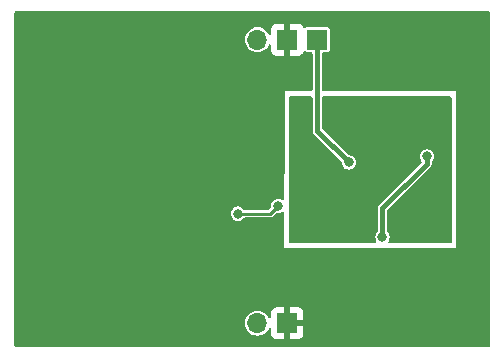
<source format=gbl>
G04 #@! TF.GenerationSoftware,KiCad,Pcbnew,(6.0.5)*
G04 #@! TF.CreationDate,2023-01-30T16:32:02-08:00*
G04 #@! TF.ProjectId,12V_Converter_TPS611781,3132565f-436f-46e7-9665-727465725f54,rev?*
G04 #@! TF.SameCoordinates,Original*
G04 #@! TF.FileFunction,Copper,L2,Bot*
G04 #@! TF.FilePolarity,Positive*
%FSLAX46Y46*%
G04 Gerber Fmt 4.6, Leading zero omitted, Abs format (unit mm)*
G04 Created by KiCad (PCBNEW (6.0.5)) date 2023-01-30 16:32:02*
%MOMM*%
%LPD*%
G01*
G04 APERTURE LIST*
G04 #@! TA.AperFunction,ComponentPad*
%ADD10R,1.700000X1.700000*%
G04 #@! TD*
G04 #@! TA.AperFunction,ComponentPad*
%ADD11O,1.700000X1.700000*%
G04 #@! TD*
G04 #@! TA.AperFunction,ViaPad*
%ADD12C,1.250000*%
G04 #@! TD*
G04 #@! TA.AperFunction,ViaPad*
%ADD13C,1.000000*%
G04 #@! TD*
G04 #@! TA.AperFunction,ViaPad*
%ADD14C,0.800000*%
G04 #@! TD*
G04 #@! TA.AperFunction,Conductor*
%ADD15C,2.000000*%
G04 #@! TD*
G04 #@! TA.AperFunction,Conductor*
%ADD16C,0.400000*%
G04 #@! TD*
G04 #@! TA.AperFunction,Conductor*
%ADD17C,0.250000*%
G04 #@! TD*
G04 APERTURE END LIST*
D10*
X81915000Y-97917000D03*
X79380000Y-121920000D03*
D11*
X76840000Y-121920000D03*
D10*
X79380000Y-97917000D03*
D11*
X76840000Y-97917000D03*
D12*
X69204018Y-107483748D03*
D13*
X79501742Y-117586999D03*
X86359742Y-117586999D03*
D14*
X83180652Y-109949288D03*
X83180652Y-111100720D03*
X83169692Y-112125999D03*
X83197152Y-113145694D03*
D13*
X82930742Y-117586999D03*
D14*
X91185742Y-107807999D03*
X87428364Y-114652366D03*
X78598550Y-111990950D03*
X75184000Y-112649000D03*
X84581742Y-108315999D03*
D15*
X71628000Y-109907730D02*
X71628000Y-114681000D01*
X71628000Y-114681000D02*
X74533999Y-117586999D01*
X79501742Y-117586999D02*
X82930742Y-117586999D01*
X82930742Y-117586999D02*
X86359742Y-117586999D01*
X74533999Y-117586999D02*
X79501742Y-117586999D01*
X69204018Y-107483748D02*
X71628000Y-109907730D01*
D16*
X91185742Y-108442999D02*
X91185742Y-107807999D01*
X87428364Y-114652366D02*
X87428364Y-112200377D01*
X87428364Y-112200377D02*
X91185742Y-108442999D01*
D17*
X78598550Y-111990950D02*
X77940500Y-112649000D01*
X77940500Y-112649000D02*
X75184000Y-112649000D01*
D16*
X81915000Y-105649257D02*
X81915000Y-97917000D01*
X84581742Y-108315999D02*
X81915000Y-105649257D01*
G04 #@! TA.AperFunction,Conductor*
G36*
X96461121Y-95525002D02*
G01*
X96507614Y-95578658D01*
X96519000Y-95631000D01*
X96519000Y-123825000D01*
X96498998Y-123893121D01*
X96445342Y-123939614D01*
X96393000Y-123951000D01*
X56388000Y-123951000D01*
X56319879Y-123930998D01*
X56273386Y-123877342D01*
X56262000Y-123825000D01*
X56262000Y-121905262D01*
X75784520Y-121905262D01*
X75801759Y-122110553D01*
X75803458Y-122116478D01*
X75825147Y-122192115D01*
X75858544Y-122308586D01*
X75861359Y-122314063D01*
X75861360Y-122314066D01*
X75927650Y-122443052D01*
X75952712Y-122491818D01*
X76080677Y-122653270D01*
X76237564Y-122786791D01*
X76417398Y-122887297D01*
X76512238Y-122918113D01*
X76607471Y-122949056D01*
X76607475Y-122949057D01*
X76613329Y-122950959D01*
X76817894Y-122975351D01*
X76824029Y-122974879D01*
X76824031Y-122974879D01*
X76880039Y-122970569D01*
X77023300Y-122959546D01*
X77029230Y-122957890D01*
X77029232Y-122957890D01*
X77215797Y-122905800D01*
X77215796Y-122905800D01*
X77221725Y-122904145D01*
X77227214Y-122901372D01*
X77227220Y-122901370D01*
X77400116Y-122814033D01*
X77405610Y-122811258D01*
X77567951Y-122684424D01*
X77702564Y-122528472D01*
X77723387Y-122491818D01*
X77786445Y-122380815D01*
X77837484Y-122331464D01*
X77907102Y-122317542D01*
X77973196Y-122343468D01*
X78014781Y-122401011D01*
X78022001Y-122443052D01*
X78022001Y-122814669D01*
X78022371Y-122821490D01*
X78027895Y-122872352D01*
X78031521Y-122887604D01*
X78076676Y-123008054D01*
X78085214Y-123023649D01*
X78161715Y-123125724D01*
X78174276Y-123138285D01*
X78276351Y-123214786D01*
X78291946Y-123223324D01*
X78412394Y-123268478D01*
X78427649Y-123272105D01*
X78478514Y-123277631D01*
X78485328Y-123278000D01*
X79107885Y-123278000D01*
X79123124Y-123273525D01*
X79124329Y-123272135D01*
X79126000Y-123264452D01*
X79126000Y-123259884D01*
X79634000Y-123259884D01*
X79638475Y-123275123D01*
X79639865Y-123276328D01*
X79647548Y-123277999D01*
X80274669Y-123277999D01*
X80281490Y-123277629D01*
X80332352Y-123272105D01*
X80347604Y-123268479D01*
X80468054Y-123223324D01*
X80483649Y-123214786D01*
X80585724Y-123138285D01*
X80598285Y-123125724D01*
X80674786Y-123023649D01*
X80683324Y-123008054D01*
X80728478Y-122887606D01*
X80732105Y-122872351D01*
X80737631Y-122821486D01*
X80738000Y-122814672D01*
X80738000Y-122192115D01*
X80733525Y-122176876D01*
X80732135Y-122175671D01*
X80724452Y-122174000D01*
X79652115Y-122174000D01*
X79636876Y-122178475D01*
X79635671Y-122179865D01*
X79634000Y-122187548D01*
X79634000Y-123259884D01*
X79126000Y-123259884D01*
X79126000Y-121647885D01*
X79634000Y-121647885D01*
X79638475Y-121663124D01*
X79639865Y-121664329D01*
X79647548Y-121666000D01*
X80719884Y-121666000D01*
X80735123Y-121661525D01*
X80736328Y-121660135D01*
X80737999Y-121652452D01*
X80737999Y-121025331D01*
X80737629Y-121018510D01*
X80732105Y-120967648D01*
X80728479Y-120952396D01*
X80683324Y-120831946D01*
X80674786Y-120816351D01*
X80598285Y-120714276D01*
X80585724Y-120701715D01*
X80483649Y-120625214D01*
X80468054Y-120616676D01*
X80347606Y-120571522D01*
X80332351Y-120567895D01*
X80281486Y-120562369D01*
X80274672Y-120562000D01*
X79652115Y-120562000D01*
X79636876Y-120566475D01*
X79635671Y-120567865D01*
X79634000Y-120575548D01*
X79634000Y-121647885D01*
X79126000Y-121647885D01*
X79126000Y-120580116D01*
X79121525Y-120564877D01*
X79120135Y-120563672D01*
X79112452Y-120562001D01*
X78485331Y-120562001D01*
X78478510Y-120562371D01*
X78427648Y-120567895D01*
X78412396Y-120571521D01*
X78291946Y-120616676D01*
X78276351Y-120625214D01*
X78174276Y-120701715D01*
X78161715Y-120714276D01*
X78085214Y-120816351D01*
X78076676Y-120831946D01*
X78031522Y-120952394D01*
X78027895Y-120967649D01*
X78022369Y-121018514D01*
X78022000Y-121025328D01*
X78022000Y-121399942D01*
X78001998Y-121468063D01*
X77948342Y-121514556D01*
X77878068Y-121524660D01*
X77813488Y-121495166D01*
X77784748Y-121459095D01*
X77753297Y-121399942D01*
X77719218Y-121335849D01*
X77645859Y-121245902D01*
X77592906Y-121180975D01*
X77592903Y-121180972D01*
X77589011Y-121176200D01*
X77571786Y-121161950D01*
X77435025Y-121048811D01*
X77435021Y-121048809D01*
X77430275Y-121044882D01*
X77249055Y-120946897D01*
X77052254Y-120885977D01*
X77046129Y-120885333D01*
X77046128Y-120885333D01*
X76853498Y-120865087D01*
X76853496Y-120865087D01*
X76847369Y-120864443D01*
X76760529Y-120872346D01*
X76648342Y-120882555D01*
X76648339Y-120882556D01*
X76642203Y-120883114D01*
X76444572Y-120941280D01*
X76262002Y-121036726D01*
X76257201Y-121040586D01*
X76257198Y-121040588D01*
X76246971Y-121048811D01*
X76101447Y-121165815D01*
X75969024Y-121323630D01*
X75966056Y-121329028D01*
X75966053Y-121329033D01*
X75874722Y-121495166D01*
X75869776Y-121504162D01*
X75807484Y-121700532D01*
X75806798Y-121706649D01*
X75806797Y-121706653D01*
X75785207Y-121899137D01*
X75784520Y-121905262D01*
X56262000Y-121905262D01*
X56262000Y-112649000D01*
X74578318Y-112649000D01*
X74598956Y-112805762D01*
X74659464Y-112951841D01*
X74755718Y-113077282D01*
X74881159Y-113173536D01*
X75027238Y-113234044D01*
X75184000Y-113254682D01*
X75192188Y-113253604D01*
X75332574Y-113235122D01*
X75340762Y-113234044D01*
X75486841Y-113173536D01*
X75612282Y-113077282D01*
X75653323Y-113023796D01*
X75710661Y-112981929D01*
X75753286Y-112974500D01*
X77920790Y-112974500D01*
X77931772Y-112974980D01*
X77958320Y-112977303D01*
X77958322Y-112977303D01*
X77969307Y-112978264D01*
X78005715Y-112968508D01*
X78016442Y-112966130D01*
X78019801Y-112965538D01*
X78053545Y-112959588D01*
X78063090Y-112954077D01*
X78066366Y-112952885D01*
X78069534Y-112951408D01*
X78080184Y-112948554D01*
X78111044Y-112926945D01*
X78120315Y-112921039D01*
X78143406Y-112907707D01*
X78152955Y-112902194D01*
X78177179Y-112873325D01*
X78184606Y-112865220D01*
X78426169Y-112623658D01*
X78488481Y-112589633D01*
X78531708Y-112587832D01*
X78598550Y-112596632D01*
X78606738Y-112595554D01*
X78747124Y-112577072D01*
X78755312Y-112575994D01*
X78901391Y-112515486D01*
X78907939Y-112510462D01*
X78907947Y-112510457D01*
X78925660Y-112496865D01*
X78991881Y-112471265D01*
X79061430Y-112485530D01*
X79112225Y-112535132D01*
X79128363Y-112597122D01*
X79127479Y-112974500D01*
X79122392Y-115147802D01*
X79121509Y-115524847D01*
X87713017Y-115524847D01*
X93621833Y-115522798D01*
X93621833Y-102274495D01*
X82441500Y-102274495D01*
X82373379Y-102254493D01*
X82326886Y-102200837D01*
X82315500Y-102148495D01*
X82315500Y-99093500D01*
X82335502Y-99025379D01*
X82389158Y-98978886D01*
X82441500Y-98967500D01*
X82784748Y-98967500D01*
X82790816Y-98966293D01*
X82831061Y-98958288D01*
X82831062Y-98958288D01*
X82843231Y-98955867D01*
X82909552Y-98911552D01*
X82953867Y-98845231D01*
X82960670Y-98811033D01*
X82964293Y-98792816D01*
X82965500Y-98786748D01*
X82965500Y-97047252D01*
X82953867Y-96988769D01*
X82909552Y-96922448D01*
X82843231Y-96878133D01*
X82831062Y-96875712D01*
X82831061Y-96875712D01*
X82790816Y-96867707D01*
X82784748Y-96866500D01*
X81045252Y-96866500D01*
X81039184Y-96867707D01*
X80998939Y-96875712D01*
X80998938Y-96875712D01*
X80986769Y-96878133D01*
X80920448Y-96922448D01*
X80913557Y-96932761D01*
X80912789Y-96933529D01*
X80850477Y-96967555D01*
X80779662Y-96962490D01*
X80722826Y-96919943D01*
X80705712Y-96888665D01*
X80683323Y-96828944D01*
X80674786Y-96813351D01*
X80598285Y-96711276D01*
X80585724Y-96698715D01*
X80483649Y-96622214D01*
X80468054Y-96613676D01*
X80347606Y-96568522D01*
X80332351Y-96564895D01*
X80281486Y-96559369D01*
X80274672Y-96559000D01*
X79652115Y-96559000D01*
X79636876Y-96563475D01*
X79635671Y-96564865D01*
X79634000Y-96572548D01*
X79634000Y-99256884D01*
X79638475Y-99272123D01*
X79639865Y-99273328D01*
X79647548Y-99274999D01*
X80274669Y-99274999D01*
X80281490Y-99274629D01*
X80332352Y-99269105D01*
X80347604Y-99265479D01*
X80468054Y-99220324D01*
X80483649Y-99211786D01*
X80585724Y-99135285D01*
X80598285Y-99122724D01*
X80674786Y-99020649D01*
X80683323Y-99005056D01*
X80705712Y-98945335D01*
X80748354Y-98888571D01*
X80814916Y-98863872D01*
X80884265Y-98879080D01*
X80912789Y-98900471D01*
X80913557Y-98901239D01*
X80920448Y-98911552D01*
X80986769Y-98955867D01*
X80998938Y-98958288D01*
X80998939Y-98958288D01*
X81039184Y-98966293D01*
X81045252Y-98967500D01*
X81388500Y-98967500D01*
X81456621Y-98987502D01*
X81503114Y-99041158D01*
X81514500Y-99093500D01*
X81514500Y-102150474D01*
X81494498Y-102218595D01*
X81440842Y-102265088D01*
X81388584Y-102276474D01*
X79190887Y-102277931D01*
X79152520Y-102277956D01*
X79140946Y-107221877D01*
X79131194Y-111387540D01*
X79111032Y-111455614D01*
X79057268Y-111501981D01*
X78986970Y-111511920D01*
X78928490Y-111487207D01*
X78907947Y-111471444D01*
X78907942Y-111471441D01*
X78901391Y-111466414D01*
X78755312Y-111405906D01*
X78598550Y-111385268D01*
X78441788Y-111405906D01*
X78295709Y-111466414D01*
X78170268Y-111562668D01*
X78074014Y-111688109D01*
X78013506Y-111834188D01*
X77992868Y-111990950D01*
X78001363Y-112055471D01*
X78001668Y-112057790D01*
X77990729Y-112127939D01*
X77965841Y-112163332D01*
X77842578Y-112286595D01*
X77780266Y-112320621D01*
X77753483Y-112323500D01*
X75753286Y-112323500D01*
X75685165Y-112303498D01*
X75653323Y-112274204D01*
X75617305Y-112227264D01*
X75612282Y-112220718D01*
X75486841Y-112124464D01*
X75340762Y-112063956D01*
X75184000Y-112043318D01*
X75027238Y-112063956D01*
X74881159Y-112124464D01*
X74755718Y-112220718D01*
X74659464Y-112346159D01*
X74598956Y-112492238D01*
X74578318Y-112649000D01*
X56262000Y-112649000D01*
X56262000Y-97902262D01*
X75784520Y-97902262D01*
X75801759Y-98107553D01*
X75858544Y-98305586D01*
X75861359Y-98311063D01*
X75861360Y-98311066D01*
X75927650Y-98440052D01*
X75952712Y-98488818D01*
X76080677Y-98650270D01*
X76237564Y-98783791D01*
X76417398Y-98884297D01*
X76501280Y-98911552D01*
X76607471Y-98946056D01*
X76607475Y-98946057D01*
X76613329Y-98947959D01*
X76817894Y-98972351D01*
X76824029Y-98971879D01*
X76824031Y-98971879D01*
X76896625Y-98966293D01*
X77023300Y-98956546D01*
X77029230Y-98954890D01*
X77029232Y-98954890D01*
X77215797Y-98902800D01*
X77215796Y-98902800D01*
X77221725Y-98901145D01*
X77227214Y-98898372D01*
X77227220Y-98898370D01*
X77400116Y-98811033D01*
X77405610Y-98808258D01*
X77567951Y-98681424D01*
X77702564Y-98525472D01*
X77723387Y-98488818D01*
X77786445Y-98377815D01*
X77837484Y-98328464D01*
X77907102Y-98314542D01*
X77973196Y-98340468D01*
X78014781Y-98398011D01*
X78022001Y-98440052D01*
X78022001Y-98811669D01*
X78022371Y-98818490D01*
X78027895Y-98869352D01*
X78031521Y-98884604D01*
X78076676Y-99005054D01*
X78085214Y-99020649D01*
X78161715Y-99122724D01*
X78174276Y-99135285D01*
X78276351Y-99211786D01*
X78291946Y-99220324D01*
X78412394Y-99265478D01*
X78427649Y-99269105D01*
X78478514Y-99274631D01*
X78485328Y-99275000D01*
X79107885Y-99275000D01*
X79123124Y-99270525D01*
X79124329Y-99269135D01*
X79126000Y-99261452D01*
X79126000Y-96577116D01*
X79121525Y-96561877D01*
X79120135Y-96560672D01*
X79112452Y-96559001D01*
X78485331Y-96559001D01*
X78478510Y-96559371D01*
X78427648Y-96564895D01*
X78412396Y-96568521D01*
X78291946Y-96613676D01*
X78276351Y-96622214D01*
X78174276Y-96698715D01*
X78161715Y-96711276D01*
X78085214Y-96813351D01*
X78076676Y-96828946D01*
X78031522Y-96949394D01*
X78027895Y-96964649D01*
X78022369Y-97015514D01*
X78022000Y-97022328D01*
X78022000Y-97396942D01*
X78001998Y-97465063D01*
X77948342Y-97511556D01*
X77878068Y-97521660D01*
X77813488Y-97492166D01*
X77784748Y-97456095D01*
X77753297Y-97396942D01*
X77719218Y-97332849D01*
X77645859Y-97242902D01*
X77592906Y-97177975D01*
X77592903Y-97177972D01*
X77589011Y-97173200D01*
X77571786Y-97158950D01*
X77435025Y-97045811D01*
X77435021Y-97045809D01*
X77430275Y-97041882D01*
X77249055Y-96943897D01*
X77052254Y-96882977D01*
X77046129Y-96882333D01*
X77046128Y-96882333D01*
X76853498Y-96862087D01*
X76853496Y-96862087D01*
X76847369Y-96861443D01*
X76760529Y-96869346D01*
X76648342Y-96879555D01*
X76648339Y-96879556D01*
X76642203Y-96880114D01*
X76444572Y-96938280D01*
X76439107Y-96941137D01*
X76367729Y-96978453D01*
X76262002Y-97033726D01*
X76257201Y-97037586D01*
X76257198Y-97037588D01*
X76106254Y-97158950D01*
X76101447Y-97162815D01*
X75969024Y-97320630D01*
X75966056Y-97326028D01*
X75966053Y-97326033D01*
X75874722Y-97492166D01*
X75869776Y-97501162D01*
X75807484Y-97697532D01*
X75806798Y-97703649D01*
X75806797Y-97703653D01*
X75785207Y-97896137D01*
X75784520Y-97902262D01*
X56262000Y-97902262D01*
X56262000Y-95631000D01*
X56282002Y-95562879D01*
X56335658Y-95516386D01*
X56388000Y-95505000D01*
X96393000Y-95505000D01*
X96461121Y-95525002D01*
G37*
G04 #@! TD.AperFunction*
G04 #@! TA.AperFunction,Conductor*
G36*
X93224272Y-102734348D02*
G01*
X93270765Y-102788004D01*
X93282151Y-102840346D01*
X93282151Y-115033188D01*
X93262149Y-115101309D01*
X93208493Y-115147802D01*
X93156151Y-115159188D01*
X88051883Y-115159188D01*
X87983762Y-115139186D01*
X87937269Y-115085530D01*
X87927165Y-115015256D01*
X87946111Y-114970279D01*
X87943743Y-114968912D01*
X87947873Y-114961759D01*
X87952900Y-114955207D01*
X88013408Y-114809128D01*
X88034046Y-114652366D01*
X88013408Y-114495604D01*
X87952900Y-114349525D01*
X87856646Y-114224084D01*
X87858978Y-114222294D01*
X87831743Y-114172418D01*
X87828864Y-114145635D01*
X87828864Y-112418460D01*
X87848866Y-112350339D01*
X87865769Y-112329365D01*
X91491226Y-108703908D01*
X91491229Y-108703904D01*
X91513792Y-108681341D01*
X91523777Y-108661744D01*
X91534103Y-108644892D01*
X91547038Y-108627089D01*
X91553837Y-108606165D01*
X91561401Y-108587905D01*
X91566886Y-108577140D01*
X91566887Y-108577136D01*
X91571388Y-108568303D01*
X91574829Y-108546577D01*
X91579445Y-108527352D01*
X91583177Y-108515867D01*
X91583178Y-108515863D01*
X91586242Y-108506432D01*
X91586242Y-108314730D01*
X91606244Y-108246609D01*
X91614360Y-108236539D01*
X91614024Y-108236281D01*
X91705251Y-108117391D01*
X91710278Y-108110840D01*
X91770786Y-107964761D01*
X91791424Y-107807999D01*
X91770786Y-107651237D01*
X91710278Y-107505158D01*
X91614024Y-107379717D01*
X91488583Y-107283463D01*
X91342504Y-107222955D01*
X91185742Y-107202317D01*
X91028980Y-107222955D01*
X90882901Y-107283463D01*
X90757460Y-107379717D01*
X90661206Y-107505158D01*
X90600698Y-107651237D01*
X90580060Y-107807999D01*
X90600698Y-107964761D01*
X90661206Y-108110840D01*
X90666233Y-108117391D01*
X90666235Y-108117395D01*
X90719980Y-108187438D01*
X90745580Y-108253658D01*
X90731315Y-108323207D01*
X90709112Y-108353236D01*
X87122880Y-111939468D01*
X87122877Y-111939472D01*
X87100314Y-111962035D01*
X87095810Y-111970875D01*
X87090329Y-111981632D01*
X87080003Y-111998484D01*
X87067068Y-112016287D01*
X87060271Y-112037207D01*
X87052705Y-112055471D01*
X87047220Y-112066236D01*
X87047219Y-112066240D01*
X87042718Y-112075073D01*
X87041167Y-112084864D01*
X87041167Y-112084865D01*
X87039277Y-112096799D01*
X87034661Y-112116024D01*
X87030929Y-112127509D01*
X87030928Y-112127513D01*
X87027864Y-112136944D01*
X87027864Y-114145635D01*
X87007862Y-114213756D01*
X86999746Y-114223826D01*
X87000082Y-114224084D01*
X86903828Y-114349525D01*
X86843320Y-114495604D01*
X86822682Y-114652366D01*
X86843320Y-114809128D01*
X86903828Y-114955207D01*
X86908855Y-114961759D01*
X86912985Y-114968912D01*
X86910226Y-114970505D01*
X86930407Y-115022697D01*
X86916147Y-115092246D01*
X86866549Y-115143045D01*
X86804845Y-115159188D01*
X79632401Y-115159188D01*
X79564280Y-115139186D01*
X79517787Y-115085530D01*
X79506401Y-115033118D01*
X79510124Y-108314730D01*
X79513153Y-102847529D01*
X79533193Y-102779421D01*
X79586874Y-102732957D01*
X79639079Y-102721600D01*
X80686298Y-102721004D01*
X81388428Y-102720605D01*
X81456560Y-102740568D01*
X81503084Y-102794198D01*
X81514500Y-102846605D01*
X81514500Y-105712690D01*
X81517564Y-105722121D01*
X81517565Y-105722125D01*
X81521297Y-105733610D01*
X81525913Y-105752835D01*
X81529354Y-105774561D01*
X81533855Y-105783394D01*
X81533856Y-105783398D01*
X81539341Y-105794163D01*
X81546905Y-105812423D01*
X81553704Y-105833347D01*
X81566639Y-105851150D01*
X81576965Y-105868002D01*
X81586950Y-105887599D01*
X81609513Y-105910162D01*
X81609516Y-105910166D01*
X83940233Y-108240883D01*
X83974259Y-108303195D01*
X83975641Y-108316054D01*
X83976060Y-108315999D01*
X83996698Y-108472761D01*
X84057206Y-108618840D01*
X84153460Y-108744281D01*
X84278901Y-108840535D01*
X84424980Y-108901043D01*
X84581742Y-108921681D01*
X84589930Y-108920603D01*
X84730316Y-108902121D01*
X84738504Y-108901043D01*
X84884583Y-108840535D01*
X85010024Y-108744281D01*
X85106278Y-108618840D01*
X85166786Y-108472761D01*
X85187424Y-108315999D01*
X85166786Y-108159237D01*
X85106278Y-108013158D01*
X85010024Y-107887717D01*
X84884583Y-107791463D01*
X84738504Y-107730955D01*
X84581742Y-107710317D01*
X84582126Y-107707403D01*
X84527600Y-107691393D01*
X84506626Y-107674490D01*
X82352405Y-105520269D01*
X82318379Y-105457957D01*
X82315500Y-105431174D01*
X82315500Y-102840346D01*
X82335502Y-102772225D01*
X82389158Y-102725732D01*
X82441500Y-102714346D01*
X93156151Y-102714346D01*
X93224272Y-102734348D01*
G37*
G04 #@! TD.AperFunction*
M02*

</source>
